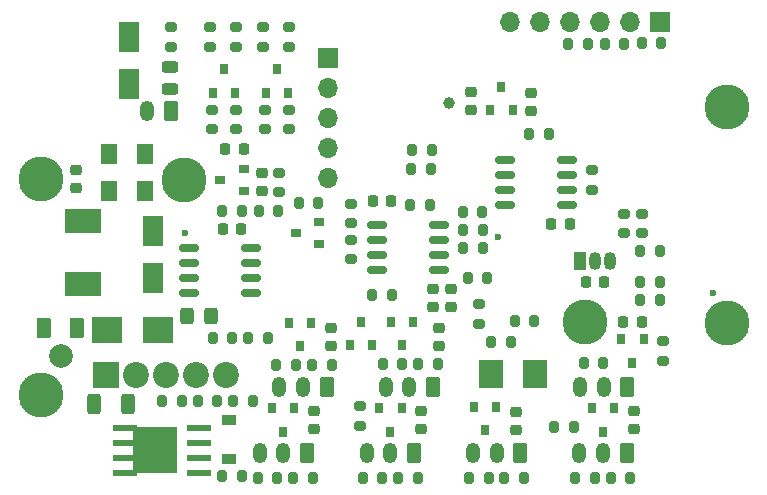
<source format=gbr>
%TF.GenerationSoftware,KiCad,Pcbnew,(6.0.7)*%
%TF.CreationDate,2022-10-03T23:56:52+03:00*%
%TF.ProjectId,hs12,68733132-2e6b-4696-9361-645f70636258,rev?*%
%TF.SameCoordinates,Original*%
%TF.FileFunction,Soldermask,Bot*%
%TF.FilePolarity,Negative*%
%FSLAX46Y46*%
G04 Gerber Fmt 4.6, Leading zero omitted, Abs format (unit mm)*
G04 Created by KiCad (PCBNEW (6.0.7)) date 2022-10-03 23:56:52*
%MOMM*%
%LPD*%
G01*
G04 APERTURE LIST*
G04 Aperture macros list*
%AMRoundRect*
0 Rectangle with rounded corners*
0 $1 Rounding radius*
0 $2 $3 $4 $5 $6 $7 $8 $9 X,Y pos of 4 corners*
0 Add a 4 corners polygon primitive as box body*
4,1,4,$2,$3,$4,$5,$6,$7,$8,$9,$2,$3,0*
0 Add four circle primitives for the rounded corners*
1,1,$1+$1,$2,$3*
1,1,$1+$1,$4,$5*
1,1,$1+$1,$6,$7*
1,1,$1+$1,$8,$9*
0 Add four rect primitives between the rounded corners*
20,1,$1+$1,$2,$3,$4,$5,0*
20,1,$1+$1,$4,$5,$6,$7,0*
20,1,$1+$1,$6,$7,$8,$9,0*
20,1,$1+$1,$8,$9,$2,$3,0*%
G04 Aperture macros list end*
%ADD10RoundRect,0.250000X0.350000X0.625000X-0.350000X0.625000X-0.350000X-0.625000X0.350000X-0.625000X0*%
%ADD11O,1.200000X1.750000*%
%ADD12R,1.050000X1.500000*%
%ADD13O,1.050000X1.500000*%
%ADD14C,3.800000*%
%ADD15R,1.700000X1.700000*%
%ADD16O,1.700000X1.700000*%
%ADD17C,2.000000*%
%ADD18R,2.200000X2.200000*%
%ADD19C,2.200000*%
%ADD20RoundRect,0.200000X0.200000X0.275000X-0.200000X0.275000X-0.200000X-0.275000X0.200000X-0.275000X0*%
%ADD21RoundRect,0.225000X0.250000X-0.225000X0.250000X0.225000X-0.250000X0.225000X-0.250000X-0.225000X0*%
%ADD22RoundRect,0.243750X-0.456250X0.243750X-0.456250X-0.243750X0.456250X-0.243750X0.456250X0.243750X0*%
%ADD23R,0.800000X0.900000*%
%ADD24RoundRect,0.200000X0.275000X-0.200000X0.275000X0.200000X-0.275000X0.200000X-0.275000X-0.200000X0*%
%ADD25RoundRect,0.250000X0.375000X0.625000X-0.375000X0.625000X-0.375000X-0.625000X0.375000X-0.625000X0*%
%ADD26RoundRect,0.225000X0.225000X0.250000X-0.225000X0.250000X-0.225000X-0.250000X0.225000X-0.250000X0*%
%ADD27R,0.900000X0.800000*%
%ADD28RoundRect,0.250000X0.325000X0.450000X-0.325000X0.450000X-0.325000X-0.450000X0.325000X-0.450000X0*%
%ADD29R,2.000000X2.400000*%
%ADD30R,3.100000X2.000000*%
%ADD31RoundRect,0.200000X-0.275000X0.200000X-0.275000X-0.200000X0.275000X-0.200000X0.275000X0.200000X0*%
%ADD32R,1.800000X2.500000*%
%ADD33RoundRect,0.200000X-0.200000X-0.275000X0.200000X-0.275000X0.200000X0.275000X-0.200000X0.275000X0*%
%ADD34RoundRect,0.250000X-0.312500X-0.625000X0.312500X-0.625000X0.312500X0.625000X-0.312500X0.625000X0*%
%ADD35R,2.500000X2.300000*%
%ADD36RoundRect,0.225000X-0.225000X-0.250000X0.225000X-0.250000X0.225000X0.250000X-0.225000X0.250000X0*%
%ADD37RoundRect,0.250001X-0.462499X-0.624999X0.462499X-0.624999X0.462499X0.624999X-0.462499X0.624999X0*%
%ADD38RoundRect,0.225000X-0.250000X0.225000X-0.250000X-0.225000X0.250000X-0.225000X0.250000X0.225000X0*%
%ADD39R,2.000000X0.610000*%
%ADD40R,3.810000X3.910000*%
%ADD41C,1.000000*%
%ADD42C,0.600000*%
%ADD43RoundRect,0.150000X-0.675000X-0.150000X0.675000X-0.150000X0.675000X0.150000X-0.675000X0.150000X0*%
%ADD44R,1.200000X0.900000*%
%ADD45RoundRect,0.150000X0.675000X0.150000X-0.675000X0.150000X-0.675000X-0.150000X0.675000X-0.150000X0*%
G04 APERTURE END LIST*
D10*
%TO.C,XT15*%
X-4300000Y16600000D03*
D11*
X-6300000Y16600000D03*
X-8300000Y16600000D03*
%TD*%
D12*
%TO.C,DD2*%
X17130000Y27240000D03*
D13*
X18400000Y27240000D03*
X19670000Y27240000D03*
%TD*%
D14*
%TO.C,J3*%
X-28500000Y34200000D03*
%TD*%
D10*
%TO.C,XT3*%
X21150000Y16600000D03*
D11*
X19150000Y16600000D03*
X17150000Y16600000D03*
%TD*%
D10*
%TO.C,XT13*%
X3100000Y11000000D03*
D11*
X1100000Y11000000D03*
X-900000Y11000000D03*
%TD*%
D10*
%TO.C,XT1*%
X4700000Y16600000D03*
D11*
X2700000Y16600000D03*
X700000Y16600000D03*
%TD*%
D15*
%TO.C,DA4*%
X-4205000Y44390000D03*
D16*
X-4205000Y41850000D03*
X-4205000Y39310000D03*
X-4205000Y36770000D03*
X-4205000Y34230000D03*
%TD*%
D14*
%TO.C,J4*%
X-28500000Y15900000D03*
%TD*%
D10*
%TO.C,XT4*%
X12100000Y11000000D03*
D11*
X10100000Y11000000D03*
X8100000Y11000000D03*
%TD*%
D17*
%TO.C,XP1*%
X-26800000Y19200000D03*
%TD*%
D14*
%TO.C,J2*%
X17600000Y22100000D03*
%TD*%
%TO.C,J1*%
X-16359564Y34103118D03*
%TD*%
D10*
%TO.C,XT6*%
X-5950000Y11000000D03*
D11*
X-7950000Y11000000D03*
X-9950000Y11000000D03*
%TD*%
D10*
%TO.C,XT16*%
X21100000Y11000000D03*
D11*
X19100000Y11000000D03*
X17100000Y11000000D03*
%TD*%
D18*
%TO.C,XT2*%
X-22980000Y17600000D03*
D19*
X-20440000Y17600000D03*
X-17900000Y17600000D03*
X-15360000Y17600000D03*
X-12820000Y17600000D03*
%TD*%
D14*
%TO.C,J5*%
X29600000Y40300000D03*
%TD*%
%TO.C,J6*%
X29600000Y22000000D03*
%TD*%
D10*
%TO.C,XT10*%
X-17500000Y39900000D03*
D11*
X-19500000Y39900000D03*
%TD*%
D20*
%TO.C,R51*%
X19125000Y18600000D03*
X17475000Y18600000D03*
%TD*%
D21*
%TO.C,C29*%
X5200000Y20025000D03*
X5200000Y21575000D03*
%TD*%
%TO.C,C12*%
X-5400000Y13025000D03*
X-5400000Y14575000D03*
%TD*%
D22*
%TO.C,FU1*%
X-17550000Y43637500D03*
X-17550000Y41762500D03*
%TD*%
D20*
%TO.C,R13*%
X9325000Y25800000D03*
X7675000Y25800000D03*
%TD*%
D23*
%TO.C,VD15*%
X-7500000Y22000000D03*
X-5600000Y22000000D03*
X-6550000Y20000000D03*
%TD*%
D24*
%TO.C,R48*%
X-7500000Y38375000D03*
X-7500000Y40025000D03*
%TD*%
D25*
%TO.C,FU2*%
X-25400000Y21600000D03*
X-28200000Y21600000D03*
%TD*%
D23*
%TO.C,DA2*%
X11450000Y40000000D03*
X9550000Y40000000D03*
X10500000Y42000000D03*
%TD*%
D26*
%TO.C,C35*%
X22375000Y22100000D03*
X20825000Y22100000D03*
%TD*%
D21*
%TO.C,C23*%
X7900000Y40000000D03*
X7900000Y41550000D03*
%TD*%
D27*
%TO.C,VD6*%
X-4900000Y30550000D03*
X-4900000Y28650000D03*
X-6900000Y29600000D03*
%TD*%
D28*
%TO.C,C1*%
X-14075000Y22600000D03*
X-16125000Y22600000D03*
%TD*%
D29*
%TO.C,BQ2*%
X13350000Y17700000D03*
X9650000Y17700000D03*
%TD*%
D30*
%TO.C,L1*%
X-24925000Y25325000D03*
X-24925000Y30625000D03*
%TD*%
D31*
%TO.C,R33*%
X-8300000Y34725000D03*
X-8300000Y33075000D03*
%TD*%
D32*
%TO.C,VD11*%
X-21050000Y46200000D03*
X-21050000Y42200000D03*
%TD*%
D23*
%TO.C,VD16*%
X18150000Y14800000D03*
X20050000Y14800000D03*
X19100000Y12800000D03*
%TD*%
D21*
%TO.C,C20*%
X6200000Y23325000D03*
X6200000Y24875000D03*
%TD*%
D20*
%TO.C,R10*%
X8902431Y31426773D03*
X7252431Y31426773D03*
%TD*%
%TO.C,R38*%
X4625000Y36600000D03*
X2975000Y36600000D03*
%TD*%
%TO.C,R40*%
X23925000Y28100000D03*
X22275000Y28100000D03*
%TD*%
D21*
%TO.C,C28*%
X-9800000Y33125000D03*
X-9800000Y34675000D03*
%TD*%
D20*
%TO.C,R45*%
X5125000Y18500000D03*
X3475000Y18500000D03*
%TD*%
D33*
%TO.C,R6*%
X-13125000Y31500000D03*
X-11475000Y31500000D03*
%TD*%
D34*
%TO.C,R22*%
X-24012500Y15100000D03*
X-21087500Y15100000D03*
%TD*%
D35*
%TO.C,VD3*%
X-22900000Y21400000D03*
X-18600000Y21400000D03*
%TD*%
D24*
%TO.C,R5*%
X18150000Y33275000D03*
X18150000Y34925000D03*
%TD*%
D20*
%TO.C,R39*%
X23925000Y25500000D03*
X22275000Y25500000D03*
%TD*%
%TO.C,R14*%
X4425000Y32000000D03*
X2775000Y32000000D03*
%TD*%
D36*
%TO.C,C11*%
X-375000Y32300000D03*
X1175000Y32300000D03*
%TD*%
D37*
%TO.C,C6*%
X-22687500Y33200000D03*
X-19712500Y33200000D03*
%TD*%
D23*
%TO.C,VD9*%
X20650000Y20600000D03*
X22550000Y20600000D03*
X21600000Y18600000D03*
%TD*%
D20*
%TO.C,R56*%
X-3875000Y18450000D03*
X-5525000Y18450000D03*
%TD*%
D33*
%TO.C,R32*%
X-15225000Y15400000D03*
X-13575000Y15400000D03*
%TD*%
D20*
%TO.C,R53*%
X425000Y8900000D03*
X-1225000Y8900000D03*
%TD*%
%TO.C,R11*%
X8925000Y29876773D03*
X7275000Y29876773D03*
%TD*%
D21*
%TO.C,C8*%
X-25500000Y33425000D03*
X-25500000Y34975000D03*
%TD*%
D33*
%TO.C,R7*%
X-10025000Y31500000D03*
X-8375000Y31500000D03*
%TD*%
D20*
%TO.C,R34*%
X14525000Y38000000D03*
X12875000Y38000000D03*
%TD*%
%TO.C,R54*%
X12400000Y8900000D03*
X10750000Y8900000D03*
%TD*%
D24*
%TO.C,R25*%
X8600000Y21925000D03*
X8600000Y23575000D03*
%TD*%
D26*
%TO.C,C36*%
X16275000Y30400000D03*
X14725000Y30400000D03*
%TD*%
%TO.C,C10*%
X19175000Y25500000D03*
X17625000Y25500000D03*
%TD*%
D24*
%TO.C,R50*%
X24200000Y18775000D03*
X24200000Y20425000D03*
%TD*%
D20*
%TO.C,R20*%
X-8475000Y8900000D03*
X-10125000Y8900000D03*
%TD*%
D33*
%TO.C,R8*%
X-13125000Y9000000D03*
X-11475000Y9000000D03*
%TD*%
D23*
%TO.C,VD10*%
X-7550000Y41500000D03*
X-9450000Y41500000D03*
X-8500000Y43500000D03*
%TD*%
%TO.C,VD5*%
X1150000Y22100000D03*
X3050000Y22100000D03*
X2100000Y20100000D03*
%TD*%
D20*
%TO.C,R52*%
X3425000Y8900000D03*
X1775000Y8900000D03*
%TD*%
%TO.C,R42*%
X20925000Y45650000D03*
X19275000Y45650000D03*
%TD*%
%TO.C,R55*%
X9425000Y8900000D03*
X7775000Y8900000D03*
%TD*%
D33*
%TO.C,R73*%
X14975000Y13200000D03*
X16625000Y13200000D03*
%TD*%
D24*
%TO.C,R61*%
X-9700000Y45375000D03*
X-9700000Y47025000D03*
%TD*%
D36*
%TO.C,C2*%
X-13075000Y29950000D03*
X-11525000Y29950000D03*
%TD*%
D24*
%TO.C,R18*%
X-14200000Y45375000D03*
X-14200000Y47025000D03*
%TD*%
D21*
%TO.C,C32*%
X-3950000Y20025000D03*
X-3950000Y21575000D03*
%TD*%
D31*
%TO.C,R71*%
X-1500000Y14925000D03*
X-1500000Y13275000D03*
%TD*%
D20*
%TO.C,R58*%
X21425000Y8900000D03*
X19775000Y8900000D03*
%TD*%
D23*
%TO.C,VD7*%
X-8950000Y14800000D03*
X-7050000Y14800000D03*
X-8000000Y12800000D03*
%TD*%
D36*
%TO.C,C27*%
X-12875000Y36700000D03*
X-11325000Y36700000D03*
%TD*%
D20*
%TO.C,R2*%
X1225000Y24400000D03*
X-425000Y24400000D03*
%TD*%
D15*
%TO.C,XT9*%
X23900000Y47473180D03*
D16*
X21360000Y47473180D03*
X18820000Y47473180D03*
X16280000Y47473180D03*
X13740000Y47473180D03*
X11200000Y47473180D03*
%TD*%
D33*
%TO.C,R65*%
X22275000Y23950000D03*
X23925000Y23950000D03*
%TD*%
D20*
%TO.C,R30*%
X-10550000Y15400000D03*
X-12200000Y15400000D03*
%TD*%
D33*
%TO.C,R31*%
X-18225000Y15400000D03*
X-16575000Y15400000D03*
%TD*%
D38*
%TO.C,C3*%
X4700000Y24875000D03*
X4700000Y23325000D03*
%TD*%
D39*
%TO.C,VT1*%
X-15065000Y13105000D03*
X-15065000Y11835000D03*
X-15065000Y10565000D03*
X-15065000Y9295000D03*
X-21385000Y9295000D03*
D40*
X-18790000Y11200000D03*
D39*
X-21385000Y10565000D03*
X-21385000Y11835000D03*
X-21385000Y13105000D03*
%TD*%
D33*
%TO.C,R41*%
X16175000Y45600000D03*
X17825000Y45600000D03*
%TD*%
D41*
%TO.C,XB1*%
X6100000Y40600000D03*
%TD*%
D20*
%TO.C,R59*%
X18425000Y8900000D03*
X16775000Y8900000D03*
%TD*%
D33*
%TO.C,R15*%
X-6675000Y32150000D03*
X-5025000Y32150000D03*
%TD*%
D37*
%TO.C,C5*%
X-22687500Y36300000D03*
X-19712500Y36300000D03*
%TD*%
D42*
%TO.C,XB9*%
X-16250000Y29650000D03*
%TD*%
D20*
%TO.C,R19*%
X-5475000Y8900000D03*
X-7125000Y8900000D03*
%TD*%
D24*
%TO.C,R37*%
X-17500000Y45375000D03*
X-17500000Y47025000D03*
%TD*%
%TO.C,R21*%
X-7494927Y45375000D03*
X-7494927Y47025000D03*
%TD*%
D42*
%TO.C,XB8*%
X10200000Y29300000D03*
%TD*%
D43*
%TO.C,DA1*%
X-15925000Y24495000D03*
X-15925000Y25765000D03*
X-15925000Y27035000D03*
X-15925000Y28305000D03*
X-10675000Y28305000D03*
X-10675000Y27035000D03*
X-10675000Y25765000D03*
X-10675000Y24495000D03*
%TD*%
D33*
%TO.C,R43*%
X22375000Y45700000D03*
X24025000Y45700000D03*
%TD*%
D24*
%TO.C,R60*%
X-11964976Y45375000D03*
X-11964976Y47025000D03*
%TD*%
D20*
%TO.C,R57*%
X-6925000Y18450000D03*
X-8575000Y18450000D03*
%TD*%
D23*
%TO.C,VD13*%
X150000Y14800000D03*
X2050000Y14800000D03*
X1100000Y12800000D03*
%TD*%
%TO.C,VD8*%
X-12050000Y41500000D03*
X-13950000Y41500000D03*
X-13000000Y43500000D03*
%TD*%
D20*
%TO.C,R69*%
X11275000Y20400000D03*
X9625000Y20400000D03*
%TD*%
D21*
%TO.C,C33*%
X21700000Y13025000D03*
X21700000Y14575000D03*
%TD*%
D23*
%TO.C,VD12*%
X8150000Y14900000D03*
X10050000Y14900000D03*
X9100000Y12900000D03*
%TD*%
D27*
%TO.C,DA3*%
X-11300000Y35050000D03*
X-11300000Y33150000D03*
X-13300000Y34100000D03*
%TD*%
D44*
%TO.C,VD2*%
X-12600000Y10450000D03*
X-12600000Y13750000D03*
%TD*%
D20*
%TO.C,R12*%
X8925000Y28300000D03*
X7275000Y28300000D03*
%TD*%
D33*
%TO.C,R70*%
X11625000Y22200000D03*
X13275000Y22200000D03*
%TD*%
D20*
%TO.C,R64*%
X4525000Y35050000D03*
X2875000Y35050000D03*
%TD*%
D31*
%TO.C,R35*%
X20900000Y31225000D03*
X20900000Y29575000D03*
%TD*%
%TO.C,R17*%
X-2200000Y32096773D03*
X-2200000Y30446773D03*
%TD*%
D23*
%TO.C,VD1*%
X-450000Y20100000D03*
X-2350000Y20100000D03*
X-1400000Y22100000D03*
%TD*%
D31*
%TO.C,R47*%
X-9500000Y40025000D03*
X-9500000Y38375000D03*
%TD*%
D45*
%TO.C,DD1*%
X5225000Y30305000D03*
X5225000Y29035000D03*
X5225000Y27765000D03*
X5225000Y26495000D03*
X-25000Y26495000D03*
X-25000Y27765000D03*
X-25000Y29035000D03*
X-25000Y30305000D03*
%TD*%
D33*
%TO.C,R4*%
X-13925000Y20700000D03*
X-12275000Y20700000D03*
%TD*%
D20*
%TO.C,R49*%
X2125000Y18500000D03*
X475000Y18500000D03*
%TD*%
D33*
%TO.C,R3*%
X-10925000Y20700000D03*
X-9275000Y20700000D03*
%TD*%
D42*
%TO.C,XB12*%
X28450000Y24500000D03*
%TD*%
D21*
%TO.C,C30*%
X3700000Y13025000D03*
X3700000Y14575000D03*
%TD*%
D38*
%TO.C,C22*%
X13000000Y41475000D03*
X13000000Y39925000D03*
%TD*%
D31*
%TO.C,R16*%
X-2222569Y29046773D03*
X-2222569Y27396773D03*
%TD*%
D32*
%TO.C,VD4*%
X-19000000Y25815480D03*
X-19000000Y29815480D03*
%TD*%
D24*
%TO.C,R24*%
X-12000000Y38375000D03*
X-12000000Y40025000D03*
%TD*%
%TO.C,R36*%
X22400000Y29575000D03*
X22400000Y31225000D03*
%TD*%
D43*
%TO.C,DD4*%
X10775000Y31995000D03*
X10775000Y33265000D03*
X10775000Y34535000D03*
X10775000Y35805000D03*
X16025000Y35805000D03*
X16025000Y34535000D03*
X16025000Y33265000D03*
X16025000Y31995000D03*
%TD*%
D31*
%TO.C,R23*%
X-14000000Y40025000D03*
X-14000000Y38375000D03*
%TD*%
D38*
%TO.C,C31*%
X11700000Y14475000D03*
X11700000Y12925000D03*
%TD*%
M02*

</source>
